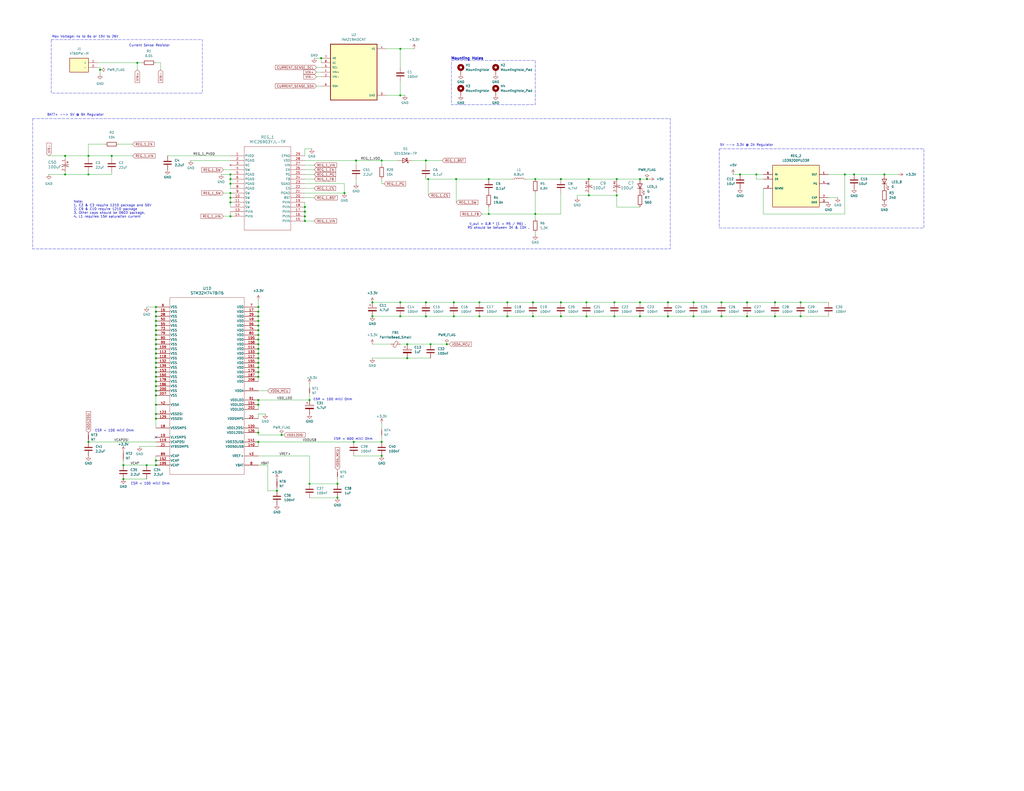
<source format=kicad_sch>
(kicad_sch (version 20250114) (generator "eeschema") (generator_version "9.0")
  (paper "C")
  (rectangle (start 27.94 21.59) (end 110.49 50.8) (stroke (width 0) (type dash)))
  (rectangle (start 17.78 64.77) (end 365.76 135.89) (stroke (width 0) (type dash)))
  (rectangle (start 392.43 81.28) (end 504.19 124.46) (stroke (width 0) (type dash)))
  (rectangle (start 246.38 33.02) (end 292.1 57.15) (stroke (width 0) (type dash)))
  (text "5V --> 3.3V @ 2A Regulator " (at 407.924 79.248 0) (effects (font (size 1.27 1.27))))
  (text "Mounting Holes" (at 255.016 32.004 0) (effects (font (size 1.5 1.5) (thickness 0.3) (bold yes))))
  (text "V_out = 0.8 * (1 + R5 / R6) . \nR5 should be between 3K & 10K ." (at 272.034 123.444 0) (effects (font (size 1.27 1.27))))
  (text "ESR < 100 milli Ohm" (at 181.61 218.186 0) (effects (font (size 1.27 1.27))))
  (text "Max Voltage: 4s to 6s or 15V to 26V" (at 46.482 20.066 0) (effects (font (size 1.27 1.27))))
  (text "ESR < 100 milli Ohm" (at 82.042 264.16 0) (effects (font (size 1.27 1.27))))
  (text "BATT+ --> 5V @ 9A Regulator " (at 41.656 62.738 0) (effects (font (size 1.27 1.27))))
  (text "ESR < 600 milli Ohm" (at 192.786 239.776 0) (effects (font (size 1.27 1.27))))
  (text "ESR < 100 milli Ohm" (at 62.484 235.204 0) (effects (font (size 1.27 1.27))))
  (text "Current Sense Resistor" (at 81.534 24.892 0) (effects (font (size 1.27 1.27))))
  (text "Note:\n1. C2 & C3 require 1210 package and 50V\n2. C9 & C10 require 1210 package\n3. Other caps should be 0603 package.\n4. L1 requires 15A saturation current" (at 40.132 114.3 0) (effects (font (size 1.27 1.27)) (justify left)))
  (junction (at 140.97 220.98))
  (junction (at 306.07 172.72))
  (junction (at 234.95 187.96))
  (junction (at 436.88 172.72))
  (junction (at 336.55 106.68))
  (junction (at 168.91 264.16))
  (junction (at 364.49 172.72))
  (junction (at 48.26 85.09))
  (junction (at 320.04 165.1))
  (junction (at 335.28 172.72))
  (junction (at 393.7 172.72))
  (junction (at 85.09 172.72))
  (junction (at 85.09 187.96))
  (junction (at 85.09 205.74))
  (junction (at 194.31 87.63))
  (junction (at 140.97 195.58))
  (junction (at 243.84 187.96))
  (junction (at 168.91 218.44))
  (junction (at 85.09 175.26))
  (junction (at 140.97 175.26))
  (junction (at 203.2 172.72))
  (junction (at 364.49 165.1))
  (junction (at 85.09 228.6))
  (junction (at 276.86 172.72))
  (junction (at 85.09 200.66))
  (junction (at 222.25 187.96))
  (junction (at 184.15 264.16))
  (junction (at 422.91 172.72))
  (junction (at 247.65 165.1))
  (junction (at 412.75 95.25))
  (junction (at 290.83 172.72))
  (junction (at 261.62 172.72))
  (junction (at 80.01 254))
  (junction (at 218.44 165.1))
  (junction (at 140.97 193.04))
  (junction (at 85.09 185.42))
  (junction (at 85.09 215.9))
  (junction (at 208.28 248.92))
  (junction (at 166.37 120.65))
  (junction (at 85.09 190.5))
  (junction (at 85.09 220.98))
  (junction (at 407.67 172.72))
  (junction (at 261.62 165.1))
  (junction (at 232.41 87.63))
  (junction (at 247.65 172.72))
  (junction (at 140.97 203.2))
  (junction (at 232.41 165.1))
  (junction (at 222.25 195.58))
  (junction (at 218.44 52.07))
  (junction (at 140.97 167.64))
  (junction (at 436.88 165.1))
  (junction (at 248.92 97.79))
  (junction (at 125.73 105.41))
  (junction (at 175.26 31.75))
  (junction (at 208.28 87.63))
  (junction (at 349.25 97.79))
  (junction (at 266.7 97.79))
  (junction (at 35.56 95.25))
  (junction (at 140.97 236.22))
  (junction (at 422.91 165.1))
  (junction (at 140.97 172.72))
  (junction (at 85.09 170.18))
  (junction (at 85.09 203.2))
  (junction (at 320.04 172.72))
  (junction (at 292.1 97.79))
  (junction (at 292.1 116.84))
  (junction (at 153.67 237.49))
  (junction (at 140.97 177.8))
  (junction (at 60.96 85.09))
  (junction (at 85.09 198.12))
  (junction (at 276.86 165.1))
  (junction (at 349.25 165.1))
  (junction (at 140.97 190.5))
  (junction (at 466.09 95.25))
  (junction (at 85.09 180.34))
  (junction (at 166.37 118.11))
  (junction (at 125.73 118.11))
  (junction (at 203.2 165.1))
  (junction (at 85.09 167.64))
  (junction (at 85.09 195.58))
  (junction (at 151.13 267.97))
  (junction (at 67.31 261.62))
  (junction (at 85.09 210.82))
  (junction (at 353.06 97.79))
  (junction (at 140.97 185.42))
  (junction (at 140.97 200.66))
  (junction (at 125.73 107.95))
  (junction (at 140.97 198.12))
  (junction (at 266.7 116.84))
  (junction (at 140.97 180.34))
  (junction (at 306.07 97.79))
  (junction (at 125.73 97.79))
  (junction (at 48.26 241.3))
  (junction (at 140.97 187.96))
  (junction (at 125.73 110.49))
  (junction (at 85.09 193.04))
  (junction (at 35.56 85.09))
  (junction (at 85.09 226.06))
  (junction (at 48.26 95.25))
  (junction (at 403.86 95.25))
  (junction (at 85.09 208.28))
  (junction (at 321.31 106.68))
  (junction (at 166.37 115.57))
  (junction (at 74.93 34.29))
  (junction (at 85.09 182.88))
  (junction (at 306.07 165.1))
  (junction (at 140.97 218.44))
  (junction (at 218.44 26.67))
  (junction (at 140.97 205.74))
  (junction (at 85.09 251.46))
  (junction (at 378.46 165.1))
  (junction (at 290.83 165.1))
  (junction (at 407.67 165.1))
  (junction (at 125.73 95.25))
  (junction (at 67.31 254))
  (junction (at 233.68 97.79))
  (junction (at 232.41 172.72))
  (junction (at 184.15 271.78))
  (junction (at 461.01 95.25))
  (junction (at 378.46 172.72))
  (junction (at 393.7 165.1))
  (junction (at 125.73 100.33))
  (junction (at 193.04 241.3))
  (junction (at 85.09 213.36))
  (junction (at 482.6 95.25))
  (junction (at 208.28 241.3))
  (junction (at 336.55 97.79))
  (junction (at 335.28 165.1))
  (junction (at 140.97 241.3))
  (junction (at 85.09 177.8))
  (junction (at 349.25 172.72))
  (junction (at 321.31 97.79))
  (junction (at 187.96 105.41))
  (junction (at 166.37 113.03))
  (junction (at 140.97 170.18))
  (junction (at 85.09 254))
  (junction (at 140.97 182.88))
  (junction (at 218.44 172.72))
  (junction (at 54.61 38.1))
  (no_connect (at 85.09 238.76))
  (no_connect (at 452.12 100.33))
  (wire (pts (xy 232.41 165.1) (xy 247.65 165.1)))
  (wire (pts (xy 85.09 182.88) (xy 85.09 185.42)))
  (wire (pts (xy 85.09 251.46) (xy 85.09 254)))
  (wire (pts (xy 407.67 165.1) (xy 422.91 165.1)))
  (wire (pts (xy 168.91 271.78) (xy 184.15 271.78)))
  (wire (pts (xy 67.31 251.46) (xy 67.31 254)))
  (wire (pts (xy 121.92 118.11) (xy 125.73 118.11)))
  (wire (pts (xy 210.82 52.07) (xy 218.44 52.07)))
  (wire (pts (xy 336.55 106.68) (xy 336.55 113.03)))
  (wire (pts (xy 224.79 87.63) (xy 232.41 87.63)))
  (wire (pts (xy 140.97 163.83) (xy 140.97 167.64)))
  (wire (pts (xy 378.46 165.1) (xy 393.7 165.1)))
  (wire (pts (xy 140.97 241.3) (xy 193.04 241.3)))
  (wire (pts (xy 53.34 36.83) (xy 54.61 36.83)))
  (wire (pts (xy 166.37 110.49) (xy 166.37 113.03)))
  (wire (pts (xy 461.01 95.25) (xy 466.09 95.25)))
  (wire (pts (xy 85.09 220.98) (xy 85.09 226.06)))
  (wire (pts (xy 166.37 85.09) (xy 166.37 81.28)))
  (wire (pts (xy 276.86 172.72) (xy 290.83 172.72)))
  (wire (pts (xy 320.04 165.1) (xy 335.28 165.1)))
  (wire (pts (xy 220.98 52.07) (xy 218.44 52.07)))
  (wire (pts (xy 87.63 34.29) (xy 87.63 38.1)))
  (wire (pts (xy 140.97 218.44) (xy 140.97 220.98)))
  (wire (pts (xy 26.67 85.09) (xy 35.56 85.09)))
  (wire (pts (xy 290.83 165.1) (xy 306.07 165.1)))
  (wire (pts (xy 168.91 264.16) (xy 184.15 264.16)))
  (wire (pts (xy 403.86 95.25) (xy 412.75 95.25)))
  (wire (pts (xy 91.44 85.09) (xy 125.73 85.09)))
  (wire (pts (xy 292.1 116.84) (xy 306.07 116.84)))
  (wire (pts (xy 125.73 95.25) (xy 120.65 95.25)))
  (wire (pts (xy 60.96 85.09) (xy 60.96 86.36)))
  (wire (pts (xy 85.09 203.2) (xy 85.09 205.74)))
  (wire (pts (xy 416.56 97.79) (xy 412.75 97.79)))
  (wire (pts (xy 306.07 105.41) (xy 306.07 116.84)))
  (wire (pts (xy 208.28 87.63) (xy 217.17 87.63)))
  (wire (pts (xy 172.72 41.91) (xy 175.26 41.91)))
  (wire (pts (xy 85.09 185.42) (xy 85.09 187.96)))
  (wire (pts (xy 276.86 165.1) (xy 290.83 165.1)))
  (wire (pts (xy 140.97 203.2) (xy 140.97 205.74)))
  (wire (pts (xy 140.97 167.64) (xy 140.97 170.18)))
  (wire (pts (xy 121.92 92.71) (xy 125.73 92.71)))
  (wire (pts (xy 412.75 95.25) (xy 416.56 95.25)))
  (wire (pts (xy 233.68 97.79) (xy 233.68 106.68)))
  (wire (pts (xy 349.25 172.72) (xy 364.49 172.72)))
  (wire (pts (xy 67.31 254) (xy 80.01 254)))
  (wire (pts (xy 140.97 177.8) (xy 140.97 180.34)))
  (wire (pts (xy 60.96 93.98) (xy 60.96 95.25)))
  (wire (pts (xy 248.92 97.79) (xy 266.7 97.79)))
  (wire (pts (xy 35.56 85.09) (xy 48.26 85.09)))
  (wire (pts (xy 53.34 34.29) (xy 74.93 34.29)))
  (wire (pts (xy 85.09 210.82) (xy 85.09 213.36)))
  (wire (pts (xy 146.05 213.36) (xy 140.97 213.36)))
  (wire (pts (xy 48.26 241.3) (xy 85.09 241.3)))
  (wire (pts (xy 287.02 97.79) (xy 292.1 97.79)))
  (wire (pts (xy 140.97 236.22) (xy 140.97 233.68)))
  (wire (pts (xy 208.28 100.33) (xy 208.28 97.79)))
  (wire (pts (xy 266.7 113.03) (xy 266.7 116.84)))
  (wire (pts (xy 166.37 118.11) (xy 166.37 120.65)))
  (wire (pts (xy 234.95 187.96) (xy 243.84 187.96)))
  (wire (pts (xy 140.97 185.42) (xy 140.97 187.96)))
  (wire (pts (xy 412.75 95.25) (xy 412.75 97.79)))
  (wire (pts (xy 218.44 165.1) (xy 232.41 165.1)))
  (wire (pts (xy 140.97 195.58) (xy 140.97 198.12)))
  (wire (pts (xy 261.62 165.1) (xy 276.86 165.1)))
  (wire (pts (xy 64.77 78.74) (xy 72.39 78.74)))
  (wire (pts (xy 203.2 172.72) (xy 218.44 172.72)))
  (wire (pts (xy 85.09 167.64) (xy 85.09 170.18)))
  (wire (pts (xy 349.25 97.79) (xy 353.06 97.79)))
  (wire (pts (xy 172.72 39.37) (xy 175.26 39.37)))
  (wire (pts (xy 85.09 190.5) (xy 85.09 193.04)))
  (wire (pts (xy 422.91 172.72) (xy 436.88 172.72)))
  (wire (pts (xy 48.26 78.74) (xy 57.15 78.74)))
  (wire (pts (xy 140.97 187.96) (xy 140.97 190.5)))
  (wire (pts (xy 140.97 218.44) (xy 168.91 218.44)))
  (wire (pts (xy 321.31 106.68) (xy 336.55 106.68)))
  (wire (pts (xy 292.1 119.38) (xy 292.1 116.84)))
  (wire (pts (xy 364.49 165.1) (xy 378.46 165.1)))
  (wire (pts (xy 85.09 198.12) (xy 85.09 200.66)))
  (wire (pts (xy 140.97 205.74) (xy 140.97 208.28)))
  (wire (pts (xy 125.73 100.33) (xy 125.73 102.87)))
  (wire (pts (xy 166.37 87.63) (xy 194.31 87.63)))
  (wire (pts (xy 140.97 228.6) (xy 140.97 226.06)))
  (wire (pts (xy 140.97 190.5) (xy 140.97 193.04)))
  (wire (pts (xy 193.04 241.3) (xy 208.28 241.3)))
  (wire (pts (xy 140.97 170.18) (xy 140.97 172.72)))
  (wire (pts (xy 104.14 87.63) (xy 125.73 87.63)))
  (wire (pts (xy 482.6 95.25) (xy 490.22 95.25)))
  (wire (pts (xy 314.96 106.68) (xy 321.31 106.68)))
  (wire (pts (xy 140.97 220.98) (xy 140.97 223.52)))
  (wire (pts (xy 166.37 113.03) (xy 166.37 115.57)))
  (wire (pts (xy 172.72 36.83) (xy 175.26 36.83)))
  (wire (pts (xy 140.97 172.72) (xy 140.97 175.26)))
  (wire (pts (xy 321.31 97.79) (xy 336.55 97.79)))
  (wire (pts (xy 140.97 248.92) (xy 168.91 248.92)))
  (wire (pts (xy 320.04 172.72) (xy 335.28 172.72)))
  (wire (pts (xy 243.84 187.96) (xy 245.11 187.96)))
  (wire (pts (xy 209.55 100.33) (xy 208.28 100.33)))
  (wire (pts (xy 125.73 107.95) (xy 125.73 110.49)))
  (wire (pts (xy 121.92 105.41) (xy 125.73 105.41)))
  (wire (pts (xy 321.31 106.68) (xy 321.31 105.41)))
  (wire (pts (xy 393.7 172.72) (xy 407.67 172.72)))
  (wire (pts (xy 166.37 90.17) (xy 171.45 90.17)))
  (wire (pts (xy 400.05 95.25) (xy 403.86 95.25)))
  (wire (pts (xy 349.25 113.03) (xy 336.55 113.03)))
  (wire (pts (xy 166.37 95.25) (xy 171.45 95.25)))
  (wire (pts (xy 125.73 115.57) (xy 125.73 118.11)))
  (wire (pts (xy 166.37 92.71) (xy 171.45 92.71)))
  (wire (pts (xy 222.25 187.96) (xy 234.95 187.96)))
  (wire (pts (xy 168.91 215.9) (xy 168.91 218.44)))
  (wire (pts (xy 125.73 105.41) (xy 125.73 107.95)))
  (wire (pts (xy 153.67 237.49) (xy 154.94 237.49)))
  (wire (pts (xy 203.2 165.1) (xy 218.44 165.1)))
  (wire (pts (xy 35.56 85.09) (xy 35.56 86.36)))
  (wire (pts (xy 146.05 254) (xy 146.05 267.97)))
  (wire (pts (xy 85.09 215.9) (xy 85.09 220.98)))
  (wire (pts (xy 48.26 95.25) (xy 60.96 95.25)))
  (wire (pts (xy 306.07 97.79) (xy 321.31 97.79)))
  (wire (pts (xy 146.05 254) (xy 140.97 254)))
  (wire (pts (xy 378.46 172.72) (xy 393.7 172.72)))
  (wire (pts (xy 85.09 34.29) (xy 87.63 34.29)))
  (wire (pts (xy 336.55 106.68) (xy 336.55 105.41)))
  (wire (pts (xy 67.31 261.62) (xy 80.01 261.62)))
  (wire (pts (xy 314.96 107.95) (xy 314.96 106.68)))
  (wire (pts (xy 222.25 195.58) (xy 234.95 195.58)))
  (wire (pts (xy 457.2 107.95) (xy 452.12 107.95)))
  (wire (pts (xy 168.91 209.55) (xy 168.91 210.82)))
  (wire (pts (xy 74.93 34.29) (xy 74.93 38.1)))
  (wire (pts (xy 208.28 90.17) (xy 208.28 87.63)))
  (wire (pts (xy 85.09 170.18) (xy 85.09 172.72)))
  (wire (pts (xy 203.2 187.96) (xy 213.36 187.96)))
  (wire (pts (xy 247.65 172.72) (xy 261.62 172.72)))
  (wire (pts (xy 48.26 85.09) (xy 60.96 85.09)))
  (wire (pts (xy 452.12 95.25) (xy 461.01 95.25)))
  (wire (pts (xy 233.68 97.79) (xy 248.92 97.79)))
  (wire (pts (xy 48.26 85.09) (xy 48.26 86.36)))
  (wire (pts (xy 436.88 172.72) (xy 452.12 172.72)))
  (wire (pts (xy 85.09 193.04) (xy 85.09 195.58)))
  (wire (pts (xy 194.31 97.79) (xy 194.31 100.33)))
  (wire (pts (xy 26.67 95.25) (xy 35.56 95.25)))
  (wire (pts (xy 232.41 87.63) (xy 232.41 90.17)))
  (wire (pts (xy 203.2 195.58) (xy 222.25 195.58)))
  (wire (pts (xy 80.01 254) (xy 85.09 254)))
  (wire (pts (xy 80.01 167.64) (xy 85.09 167.64)))
  (wire (pts (xy 266.7 116.84) (xy 262.89 116.84)))
  (wire (pts (xy 85.09 175.26) (xy 85.09 177.8)))
  (wire (pts (xy 266.7 97.79) (xy 279.4 97.79)))
  (wire (pts (xy 54.61 38.1) (xy 54.61 40.64)))
  (wire (pts (xy 292.1 128.27) (xy 292.1 127)))
  (wire (pts (xy 48.26 93.98) (xy 48.26 95.25)))
  (wire (pts (xy 140.97 237.49) (xy 140.97 236.22)))
  (wire (pts (xy 393.7 165.1) (xy 407.67 165.1)))
  (wire (pts (xy 166.37 105.41) (xy 187.96 105.41)))
  (wire (pts (xy 247.65 165.1) (xy 261.62 165.1)))
  (wire (pts (xy 187.96 100.33) (xy 187.96 105.41)))
  (wire (pts (xy 210.82 26.67) (xy 218.44 26.67)))
  (wire (pts (xy 194.31 87.63) (xy 208.28 87.63)))
  (wire (pts (xy 461.01 116.84) (xy 461.01 95.25)))
  (wire (pts (xy 140.97 193.04) (xy 140.97 195.58)))
  (wire (pts (xy 194.31 87.63) (xy 194.31 90.17)))
  (wire (pts (xy 85.09 226.06) (xy 85.09 228.6)))
  (wire (pts (xy 140.97 241.3) (xy 140.97 243.84)))
  (wire (pts (xy 208.28 238.76) (xy 208.28 241.3)))
  (wire (pts (xy 54.61 36.83) (xy 54.61 38.1)))
  (wire (pts (xy 85.09 205.74) (xy 85.09 208.28)))
  (wire (pts (xy 232.41 87.63) (xy 241.3 87.63)))
  (wire (pts (xy 416.56 102.87) (xy 416.56 116.84)))
  (wire (pts (xy 248.92 97.79) (xy 248.92 110.49)))
  (wire (pts (xy 171.45 31.75) (xy 175.26 31.75)))
  (wire (pts (xy 335.28 165.1) (xy 349.25 165.1)))
  (wire (pts (xy 349.25 165.1) (xy 364.49 165.1)))
  (wire (pts (xy 416.56 116.84) (xy 461.01 116.84)))
  (wire (pts (xy 146.05 267.97) (xy 151.13 267.97)))
  (wire (pts (xy 35.56 93.98) (xy 35.56 95.25)))
  (wire (pts (xy 140.97 180.34) (xy 140.97 182.88)))
  (wire (pts (xy 261.62 172.72) (xy 276.86 172.72)))
  (wire (pts (xy 48.26 85.09) (xy 48.26 78.74)))
  (wire (pts (xy 85.09 200.66) (xy 85.09 203.2)))
  (wire (pts (xy 85.09 177.8) (xy 85.09 180.34)))
  (wire (pts (xy 140.97 200.66) (xy 140.97 203.2)))
  (wire (pts (xy 166.37 100.33) (xy 187.96 100.33)))
  (wire (pts (xy 466.09 95.25) (xy 482.6 95.25)))
  (wire (pts (xy 171.45 107.95) (xy 166.37 107.95)))
  (wire (pts (xy 306.07 165.1) (xy 320.04 165.1)))
  (wire (pts (xy 171.45 97.79) (xy 166.37 97.79)))
  (wire (pts (xy 166.37 81.28) (xy 170.18 81.28)))
  (wire (pts (xy 166.37 115.57) (xy 166.37 118.11)))
  (wire (pts (xy 193.04 248.92) (xy 208.28 248.92)))
  (wire (pts (xy 85.09 248.92) (xy 85.09 251.46)))
  (wire (pts (xy 125.73 95.25) (xy 125.73 97.79)))
  (wire (pts (xy 140.97 175.26) (xy 140.97 177.8)))
  (wire (pts (xy 140.97 226.06) (xy 144.78 226.06)))
  (wire (pts (xy 208.28 231.14) (xy 208.28 233.68)))
  (wire (pts (xy 85.09 187.96) (xy 85.09 190.5)))
  (wire (pts (xy 168.91 248.92) (xy 168.91 264.16)))
  (wire (pts (xy 218.44 172.72) (xy 232.41 172.72)))
  (wire (pts (xy 407.67 172.72) (xy 422.91 172.72)))
  (wire (pts (xy 336.55 97.79) (xy 349.25 97.79)))
  (wire (pts (xy 166.37 120.65) (xy 171.45 120.65)))
  (wire (pts (xy 85.09 213.36) (xy 85.09 215.9)))
  (wire (pts (xy 266.7 116.84) (xy 292.1 116.84)))
  (wire (pts (xy 364.49 172.72) (xy 378.46 172.72)))
  (wire (pts (xy 218.44 26.67) (xy 218.44 36.83)))
  (wire (pts (xy 436.88 165.1) (xy 452.12 165.1)))
  (wire (pts (xy 218.44 187.96) (xy 222.25 187.96)))
  (wire (pts (xy 85.09 180.34) (xy 85.09 182.88)))
  (wire (pts (xy 85.09 195.58) (xy 85.09 198.12)))
  (wire (pts (xy 290.83 172.72) (xy 306.07 172.72)))
  (wire (pts (xy 292.1 116.84) (xy 292.1 105.41)))
  (wire (pts (xy 85.09 208.28) (xy 85.09 210.82)))
  (wire (pts (xy 85.09 228.6) (xy 85.09 233.68)))
  (wire (pts (xy 74.93 34.29) (xy 77.47 34.29)))
  (wire (pts (xy 172.72 46.99) (xy 175.26 46.99)))
  (wire (pts (xy 218.44 26.67) (xy 226.06 26.67)))
  (wire (pts (xy 232.41 172.72) (xy 247.65 172.72)))
  (wire (pts (xy 218.44 44.45) (xy 218.44 52.07)))
  (wire (pts (xy 140.97 237.49) (xy 153.67 237.49)))
  (wire (pts (xy 125.73 110.49) (xy 125.73 113.03)))
  (wire (pts (xy 184.15 261.62) (xy 184.15 264.16)))
  (wire (pts (xy 306.07 172.72) (xy 320.04 172.72)))
  (wire (pts (xy 175.26 31.75) (xy 175.26 34.29)))
  (wire (pts (xy 60.96 85.09) (xy 72.39 85.09)))
  (wire (pts (xy 422.91 165.1) (xy 436.88 165.1)))
  (wire (pts (xy 140.97 182.88) (xy 140.97 185.42)))
  (wire (pts (xy 171.45 102.87) (xy 166.37 102.87)))
  (wire (pts (xy 125.73 97.79) (xy 125.73 100.33)))
  (wire (pts (xy 76.2 243.84) (xy 85.09 243.84)))
  (wire (pts (xy 140.97 198.12) (xy 140.97 200.66)))
  (wire (pts (xy 151.13 266.7) (xy 151.13 267.97)))
  (wire (pts (xy 335.28 172.72) (xy 349.25 172.72)))
  (wire (pts (xy 35.56 95.25) (xy 48.26 95.25)))
  (wire (pts (xy 353.06 97.79) (xy 354.33 97.79)))
  (wire (pts (xy 292.1 97.79) (xy 306.07 97.79)))
  (wire (pts (xy 232.41 97.79) (xy 233.68 97.79)))
  (wire (pts (xy 85.09 172.72) (xy 85.09 175.26)))
  (label "REG_1_PVDD" (at 105.41 85.09 0))
  (label "VBAT" (at 142.24 254 0))
  (label "VDD_LDO" (at 151.13 218.44 0))
  (label "VDDUSB" (at 165.1 241.3 0))
  (label "REG_1_VDD" (at 196.85 87.63 0))
  (label "VREF+" (at 152.4 248.92 0))
  (label "VCAPDSI" (at 62.23 241.3 0))
  (label "VCAP" (at 71.12 254 0))
  (global_label "VIN-" (shape input) (at 172.72 41.91 180) (property "Intersheetrefs" "${INTERSHEET_REFS}" (effects (hide yes))))
  (global_label "CURRENT_SENSE_SCL" (shape input) (at 172.72 36.83 180) (property "Intersheetrefs" "${INTERSHEET_REFS}" (effects (hide yes))))
  (global_label "VIN+" (shape input) (at 172.72 39.37 180) (property "Intersheetrefs" "${INTERSHEET_REFS}" (effects (hide yes))))
  (global_label "VDDA_MCU" (shape input) (at 245.11 187.96 0) (property "Intersheetrefs" "${INTERSHEET_REFS}" (effects (hide yes))))
  (global_label "REG_1_BST" (shape input) (at 241.3 87.63 0) (property "Intersheetrefs" "${INTERSHEET_REFS}" (effects (hide yes))))
  (global_label "REG_1_VIN" (shape input) (at 121.92 118.11 180) (property "Intersheetrefs" "${INTERSHEET_REFS}" (effects (hide yes))))
  (global_label "REG_1_VIN" (shape input) (at 171.45 120.65 0) (property "Intersheetrefs" "${INTERSHEET_REFS}" (effects (hide yes))))
  (global_label "VIN-" (shape input) (at 26.67 85.09 90) (property "Intersheetrefs" "${INTERSHEET_REFS}" (effects (hide yes))))
  (global_label "REG_1_SW" (shape input) (at 121.92 92.71 180) (property "Intersheetrefs" "${INTERSHEET_REFS}" (effects (hide yes))))
  (global_label "REG_1_PG" (shape input) (at 171.45 95.25 0) (property "Intersheetrefs" "${INTERSHEET_REFS}" (effects (hide yes))))
  (global_label "REG_1_PG" (shape input) (at 209.55 100.33 0) (property "Intersheetrefs" "${INTERSHEET_REFS}" (effects (hide yes))))
  (global_label "REG_1_EN" (shape input) (at 171.45 92.71 0) (property "Intersheetrefs" "${INTERSHEET_REFS}" (effects (hide yes))))
  (global_label "VDDA_MCU" (shape input) (at 184.15 256.54 90) (property "Intersheetrefs" "${INTERSHEET_REFS}" (effects (hide yes))))
  (global_label "REG_1_CS" (shape input) (at 233.68 106.68 0) (property "Intersheetrefs" "${INTERSHEET_REFS}" (effects (hide yes))))
  (global_label "REG_1_FB" (shape input) (at 262.89 116.84 180) (property "Intersheetrefs" "${INTERSHEET_REFS}" (effects (hide yes))))
  (global_label "VDD12DSI" (shape input) (at 48.26 236.22 90) (property "Intersheetrefs" "${INTERSHEET_REFS}" (effects (hide yes))))
  (global_label "REG_1_VIN" (shape input) (at 72.39 85.09 0) (property "Intersheetrefs" "${INTERSHEET_REFS}" (effects (hide yes))))
  (global_label "VDDA_MCU" (shape input) (at 146.05 213.36 0) (property "Intersheetrefs" "${INTERSHEET_REFS}" (effects (hide yes))))
  (global_label "REG_1_EN" (shape input) (at 72.39 78.74 0) (property "Intersheetrefs" "${INTERSHEET_REFS}" (effects (hide yes))))
  (global_label "REG_1_CS" (shape input) (at 171.45 102.87 0) (property "Intersheetrefs" "${INTERSHEET_REFS}" (effects (hide yes))))
  (global_label "REG_1_SW" (shape input) (at 121.92 105.41 180) (property "Intersheetrefs" "${INTERSHEET_REFS}" (effects (hide yes))))
  (global_label "REG_1_FB" (shape input) (at 171.45 97.79 0) (property "Intersheetrefs" "${INTERSHEET_REFS}" (effects (hide yes))))
  (global_label "REG_1_VIN" (shape input) (at 171.45 90.17 0) (property "Intersheetrefs" "${INTERSHEET_REFS}" (effects (hide yes))))
  (global_label "VIN+" (shape input) (at 74.93 38.1 270) (property "Intersheetrefs" "${INTERSHEET_REFS}" (effects (hide yes))))
  (global_label "VIN-" (shape input) (at 87.63 38.1 270) (property "Intersheetrefs" "${INTERSHEET_REFS}" (effects (hide yes))))
  (global_label "VDD12DSI" (shape input) (at 154.94 237.49 0) (property "Intersheetrefs" "${INTERSHEET_REFS}" (effects (hide yes))))
  (global_label "REG_1_BST" (shape input) (at 171.45 107.95 0) (property "Intersheetrefs" "${INTERSHEET_REFS}" (effects (hide yes))))
  (global_label "CURRENT_SENSE_SDA" (shape input) (at 172.72 46.99 180) (property "Intersheetrefs" "${INTERSHEET_REFS}" (effects (hide yes))))
  (global_label "REG_1_SW" (shape input) (at 248.92 110.49 0) (property "Intersheetrefs" "${INTERSHEET_REFS}" (effects (hide yes))))
  (symbol (lib_id "power:GND") (at 203.2 195.58 0) (unit 1)
    (property "Reference" "#PWR027" (effects (hide yes)))
    (property "Value" "GND" (at 203.2 199.644 0))
    (property "Description" "Power symbol creates a global label with name \"GND\" , ground" (effects (hide yes)))
  )
  (symbol (lib_id "power:GND") (at 466.09 102.87 0) (unit 1)
    (property "Reference" "#PWR019" (effects (hide yes)))
    (property "Value" "GND" (at 466.09 106.934 0))
    (property "Description" "Power symbol creates a global label with name \"GND\" , ground" (effects (hide yes)))
  )
  (symbol (lib_id "Device:NetTie_2") (at 67.31 248.92 90) (unit 1) (in_bom no)
    (property "Reference" "NT2" (at 68.58 247.6499 90) (effects (justify right)))
    (property "Value" "NT" (at 68.58 250.1899 90) (effects (justify right)))
    (property "Footprint" "Lib:NetTie-2_SMD_Track0.35mm" (effects (hide yes)))
    (property "Description" "Net tie, 2 pins" (effects (hide yes)))
  )
  (symbol (lib_id "power:GND") (at 457.2 107.95 0) (unit 1)
    (property "Reference" "#PWR022" (effects (hide yes)))
    (property "Value" "GND" (at 457.2 112.014 0))
    (property "Description" "Power symbol creates a global label with name \"GND\" , ground" (effects (hide yes)))
  )
  (symbol (lib_id "Mechanical:MountingHole_Pad") (at 270.51 38.1 0) (unit 1) (in_bom no)
    (property "Reference" "H2" (at 273.05 35.5599 0) (effects (justify left)))
    (property "Value" "MountingHole_Pad" (at 273.05 38.0999 0) (effects (justify left)))
    (property "Footprint" "MountingHole:MountingHole_3.2mm_M3_Pad_Via" (effects (hide yes)))
    (property "Description" "Mounting Hole with connection" (effects (hide yes)))
  )
  (symbol (lib_id "XT60PW-M:XT60PW-M") (at 43.18 36.83 0) (mirror y) (unit 1)
    (property "Reference" "J1" (at 43.18 26.67 0))
    (property "Value" "XT60PW-M" (at 43.18 29.21 0))
    (property "Footprint" "Lib:XT60PW-M" (effects (hide yes)))
    (property "Datasheet" "XT60PW-M" (effects (hide yes)))
    (property "MF" "AMASS" (effects (hide yes)))
    (property "MAXIMUM_PACKAGE_HEIGHT" "8.4 mm" (effects (hide yes)))
    (property "Package" "Package" (effects (hide yes)))
    (property "Price" "None" (effects (hide yes)))
    (property "Check_prices" "https://www.snapeda.com/parts/XT60PW-M/AMASS/view-part/?ref=eda" (effects (hide yes)))
    (property "STANDARD" "Manufacturer recommendations" (effects (hide yes)))
    (property "PARTREV" "V1.2" (effects (hide yes)))
    (property "SnapEDA_Link" "https://www.snapeda.com/parts/XT60PW-M/AMASS/view-part/?ref=snap" (effects (hide yes)))
    (property "MP" "XT60PW-M" (effects (hide yes)))
    (property "Description_1" "Socket, DC supply, male, PIN: 2" (effects (hide yes)))
    (property "Availability" "Not in stock" (effects (hide yes)))
    (property "MANUFACTURER" "AMASS" (effects (hide yes)))
  )
  (symbol (lib_id "Device:C_Polarized") (at 222.25 191.77 0) (unit 1)
    (property "Reference" "C13" (at 226.06 189.6109 0) (effects (justify left)))
    (property "Value" "1uF" (at 226.06 192.1509 0) (effects (justify left)))
    (property "Footprint" "Capacitor_SMD:C_0603_1608Metric_Pad1.08x0.95mm_HandSolder" (effects (hide yes)))
    (property "Datasheet" "TACL105K016RTA" (effects (hide yes)))
    (property "Description" "Polarized cap Tantalum" (effects (hide yes)))
  )
  (symbol (lib_id "Device:LED") (at 349.25 101.6 90) (unit 1)
    (property "Reference" "LED_1" (at 353.06 101.9174 90) (effects (justify right)))
    (property "Value" "G" (at 353.06 104.4574 90) (effects (justify right)))
    (property "Footprint" "LED_SMD:LED_0603_1608Metric" (effects (hide yes)))
    (property "Datasheet" "599-0081-007F" (effects (hide yes)))
    (property "Description" "Green LED" (effects (hide yes)))
    (property "Sim.Pins" "1=K 2=A" (effects (hide yes)))
  )
  (symbol (lib_id "power:PWR_FLAG") (at 54.61 38.1 270) (unit 1)
    (property "Reference" "#FLG01" (effects (hide yes)))
    (property "Value" "PWR_FLAG" (at 58.42 38.0999 90) (effects (justify left)))
    (property "Description" "Special symbol for telling ERC where power comes from" (effects (hide yes)))
  )
  (symbol (lib_id "power:PWR_FLAG") (at 353.06 97.79 0) (unit 1)
    (property "Reference" "#FLG02" (effects (hide yes)))
    (property "Value" "PWR_FLAG" (at 353.06 92.71 0))
    (property "Description" "Special symbol for telling ERC where power comes from" (effects (hide yes)))
  )
  (symbol (lib_id "Device:R") (at 349.25 109.22 180) (unit 1)
    (property "Reference" "R7" (at 351.79 107.9499 0) (effects (justify right)))
    (property "Value" "560" (at 351.79 110.4899 0) (effects (justify right)))
    (property "Footprint" "Resistor_SMD:R_0603_1608Metric_Pad0.98x0.95mm_HandSolder" (effects (hide yes)))
    (property "Datasheet" "CRGP0603F560R" (effects (hide yes)))
    (property "Description" "Resistor 1/4W" (effects (hide yes)))
  )
  (symbol (lib_id "Device:C") (at 67.31 257.81 0) (unit 1)
    (property "Reference" "C35" (at 71.12 256.5399 0) (effects (justify left)))
    (property "Value" "2.2uF" (at 71.12 259.0799 0) (effects (justify left)))
    (property "Footprint" "Capacitor_SMD:C_0603_1608Metric_Pad1.08x0.95mm_HandSolder" (effects (hide yes)))
    (property "Datasheet" "GRM188R61E225KA12D" (effects (hide yes)))
    (property "Description" "Low ESR" (effects (hide yes)))
  )
  (symbol (lib_id "Device:C") (at 378.46 168.91 0) (unit 1)
    (property "Reference" "C25" (at 382.27 167.6399 0) (effects (justify left)))
    (property "Value" "100nF" (at 382.27 170.1799 0) (effects (justify left)))
    (property "Footprint" "Capacitor_SMD:C_0603_1608Metric_Pad1.08x0.95mm_HandSolder" (effects (hide yes)))
    (property "Datasheet" "GCJ188R71H104KA12D" (effects (hide yes)))
    (property "Description" "Unpolarized capacitor" (effects (hide yes)))
  )
  (symbol (lib_id "power:GND") (at 403.86 102.87 0) (unit 1)
    (property "Reference" "#PWR021" (effects (hide yes)))
    (property "Value" "GND" (at 403.86 106.934 0))
    (property "Description" "Power symbol creates a global label with name \"GND\" , ground" (effects (hide yes)))
  )
  (symbol (lib_id "Device:C") (at 48.26 245.11 0) (unit 1)
    (property "Reference" "C41" (at 52.07 243.8399 0) (effects (justify left)))
    (property "Value" "2.2uF" (at 52.07 246.3799 0) (effects (justify left)))
    (property "Footprint" "Capacitor_SMD:C_0603_1608Metric_Pad1.08x0.95mm_HandSolder" (effects (hide yes)))
    (property "Datasheet" "GRM188R61E225KA12D" (effects (hide yes)))
    (property "Description" "Low ESR" (effects (hide yes)))
  )
  (symbol (lib_id "Mechanical:MountingHole_Pad") (at 270.51 49.53 0) (unit 1) (in_bom no)
    (property "Reference" "H4" (at 273.05 46.9899 0) (effects (justify left)))
    (property "Value" "MountingHole_Pad" (at 273.05 49.5299 0) (effects (justify left)))
    (property "Footprint" "MountingHole:MountingHole_3.2mm_M3_Pad_Via" (effects (hide yes)))
    (property "Description" "Mounting Hole with connection" (effects (hide yes)))
  )
  (symbol (lib_id "power:GND") (at 314.96 107.95 0) (unit 1)
    (property "Reference" "#PWR014" (effects (hide yes)))
    (property "Value" "GND" (at 314.96 112.014 0))
    (property "Description" "Power symbol creates a global label with name \"GND\" , ground" (effects (hide yes)))
  )
  (symbol (lib_id "Device:C") (at 393.7 168.91 0) (unit 1)
    (property "Reference" "C26" (at 397.51 167.6399 0) (effects (justify left)))
    (property "Value" "100nF" (at 397.51 170.1799 0) (effects (justify left)))
    (property "Footprint" "Capacitor_SMD:C_0603_1608Metric_Pad1.08x0.95mm_HandSolder" (effects (hide yes)))
    (property "Datasheet" "GCJ188R71H104KA12D" (effects (hide yes)))
    (property "Description" "Unpolarized capacitor" (effects (hide yes)))
  )
  (symbol (lib_id "Device:C") (at 232.41 168.91 0) (unit 1)
    (property "Reference" "C15" (at 236.22 167.6399 0) (effects (justify left)))
    (property "Value" "100nF" (at 236.22 170.1799 0) (effects (justify left)))
    (property "Footprint" "Capacitor_SMD:C_0603_1608Metric_Pad1.08x0.95mm_HandSolder" (effects (hide yes)))
    (property "Datasheet" "GCJ188R71H104KA12D" (effects (hide yes)))
    (property "Description" "Unpolarized capacitor" (effects (hide yes)))
  )
  (symbol (lib_id "CAP_6.3 X 7.7_PAN:EEE-FPV101XAP") (at 336.55 97.79 90) (mirror x) (unit 1)
    (property "Reference" "C7" (at 345.948 100.076 90) (effects (font (size 1.524 1.524)) (justify left)))
    (property "Value" "100uF" (at 345.948 102.616 90) (effects (font (size 1.524 1.524)) (justify left)))
    (property "Footprint" "Lib:CAP_6.3 X 7.7_PAN" (effects (hide yes)))
    (property "Datasheet" "EEE-FPV101XAP" (effects (hide yes)))
    (property "Description" "EEE-FPV101XAP polarized capacitor 35V 100uF. Low ESR." (effects (hide yes)))
  )
  (symbol (lib_id "Device:C") (at 234.95 191.77 0) (unit 1)
    (property "Reference" "C32" (at 238.76 190.4999 0) (effects (justify left)))
    (property "Value" "100nF" (at 238.76 193.0399 0) (effects (justify left)))
    (property "Footprint" "Capacitor_SMD:C_0603_1608Metric_Pad1.08x0.95mm_HandSolder" (effects (hide yes)))
    (property "Datasheet" "GCJ188R71H104KA12D" (effects (hide yes)))
    (property "Description" "Unpolarized capacitor" (effects (hide yes)))
  )
  (symbol (lib_id "Device:C") (at 364.49 168.91 0) (unit 1)
    (property "Reference" "C24" (at 368.3 167.6399 0) (effects (justify left)))
    (property "Value" "100nF" (at 368.3 170.1799 0) (effects (justify left)))
    (property "Footprint" "Capacitor_SMD:C_0603_1608Metric_Pad1.08x0.95mm_HandSolder" (effects (hide yes)))
    (property "Datasheet" "GCJ188R71H104KA12D" (effects (hide yes)))
    (property "Description" "Unpolarized capacitor" (effects (hide yes)))
  )
  (symbol (lib_id "power:GND") (at 104.14 87.63 0) (unit 1)
    (property "Reference" "#PWR010" (effects (hide yes)))
    (property "Value" "GND" (at 104.14 91.694 0))
    (property "Description" "Power symbol creates a global label with name \"GND\" , ground" (effects (hide yes)))
  )
  (symbol (lib_id "power:+3.3V") (at 203.2 165.1 0) (unit 1)
    (property "Reference" "#PWR025" (effects (hide yes)))
    (property "Value" "+3.3V" (at 203.2 160.02 0))
    (property "Description" "Power symbol creates a global label with name \"+3.3V\"" (effects (hide yes)))
  )
  (symbol (lib_id "Device:C") (at 232.41 93.98 0) (unit 1)
    (property "Reference" "C6" (at 236.22 92.7099 0) (effects (justify left)))
    (property "Value" "0.1uF" (at 236.22 95.2499 0) (effects (justify left)))
    (property "Footprint" "Lib:CAP_C0805X104K5RAC3316_0805_100nF" (effects (hide yes)))
    (property "Datasheet" "C0805X104K5RAC3316" (effects (hide yes)))
    (property "Description" "50V 0805 100nF Ceramic" (effects (hide yes)))
  )
  (symbol (lib_id "power:GND") (at 170.18 81.28 0) (unit 1)
    (property "Reference" "#PWR023" (effects (hide yes)))
    (property "Value" "GND" (at 170.18 85.344 0))
    (property "Description" "Power symbol creates a global label with name \"GND\" , ground" (effects (hide yes)))
  )
  (symbol (lib_id "Device:R") (at 292.1 123.19 180) (unit 1)
    (property "Reference" "R6" (at 294.64 121.9199 0) (effects (justify right)))
    (property "Value" "1.3K" (at 294.64 124.4599 0) (effects (justify right)))
    (property "Footprint" "Resistor_SMD:R_0805_2012Metric_Pad1.20x1.40mm_HandSolder" (effects (hide yes)))
    (property "Datasheet" "RK73H2ATTD1301F" (effects (hide yes)))
    (property "Description" "Resistor 1/4W 0805" (effects (hide yes)))
  )
  (symbol (lib_id "Device:NetTie_2") (at 184.15 259.08 270) (unit 1) (in_bom no)
    (property "Reference" "NT5" (at 185.42 257.8099 90) (effects (justify left)))
    (property "Value" "NT" (at 185.42 260.3499 90) (effects (justify left)))
    (property "Footprint" "Lib:NetTie-2_SMD_Track0.35mm" (effects (hide yes)))
    (property "Description" "Net tie, 2 pins" (effects (hide yes)))
  )
  (symbol (lib_id "Device:C") (at 335.28 168.91 0) (unit 1)
    (property "Reference" "C22" (at 339.09 167.6399 0) (effects (justify left)))
    (property "Value" "100nF" (at 339.09 170.1799 0) (effects (justify left)))
    (property "Footprint" "Capacitor_SMD:C_0603_1608Metric_Pad1.08x0.95mm_HandSolder" (effects (hide yes)))
    (property "Datasheet" "GCJ188R71H104KA12D" (effects (hide yes)))
    (property "Description" "Unpolarized capacitor" (effects (hide yes)))
  )
  (symbol (lib_id "Device:C") (at 266.7 101.6 0) (unit 1)
    (property "Reference" "C5" (at 270.51 100.3299 0) (effects (justify left)))
    (property "Value" "0.1uF" (at 270.51 102.8699 0) (effects (justify left)))
    (property "Footprint" "Lib:CAP_C0805X104K5RAC3316_0805_100nF" (effects (hide yes)))
    (property "Datasheet" "C0805X104K5RAC3316" (effects (hide yes)))
    (property "Description" "50V 0805 100nF Ceramic" (effects (hide yes)))
  )
  (symbol (lib_id "Device:C") (at 349.25 168.91 0) (unit 1)
    (property "Reference" "C23" (at 353.06 167.6399 0) (effects (justify left)))
    (property "Value" "100nF" (at 353.06 170.1799 0) (effects (justify left)))
    (property "Footprint" "Capacitor_SMD:C_0603_1608Metric_Pad1.08x0.95mm_HandSolder" (effects (hide yes)))
    (property "Datasheet" "GCJ188R71H104KA12D" (effects (hide yes)))
    (property "Description" "Unpolarized capacitor" (effects (hide yes)))
  )
  (symbol (lib_id "power:+5V") (at 354.33 97.79 270) (unit 1)
    (property "Reference" "#PWR016" (effects (hide yes)))
    (property "Value" "+5V" (at 358.14 97.7899 90) (effects (justify left)))
    (property "Description" "Power symbol creates a global label with name \"+5V\"" (effects (hide yes)))
  )
  (symbol (lib_id "Device:C") (at 436.88 168.91 0) (unit 1)
    (property "Reference" "C29" (at 440.69 167.6399 0) (effects (justify left)))
    (property "Value" "100nF" (at 440.69 170.1799 0) (effects (justify left)))
    (property "Footprint" "Capacitor_SMD:C_0603_1608Metric_Pad1.08x0.95mm_HandSolder" (effects (hide yes)))
    (property "Datasheet" "GCJ188R71H104KA12D" (effects (hide yes)))
    (property "Description" "Unpolarized capacitor" (effects (hide yes)))
  )
  (symbol (lib_id "Device:C") (at 168.91 267.97 0) (unit 1)
    (property "Reference" "C37" (at 172.72 266.6999 0) (effects (justify left)))
    (property "Value" "100nF" (at 172.72 269.2399 0) (effects (justify left)))
    (property "Footprint" "Capacitor_SMD:C_0603_1608Metric_Pad1.08x0.95mm_HandSolder" (effects (hide yes)))
    (property "Datasheet" "GCJ188R71H104KA12D" (effects (hide yes)))
    (property "Description" "Unpolarized capacitor" (effects (hide yes)))
  )
  (symbol (lib_id "Device:R") (at 60.96 78.74 90) (unit 1)
    (property "Reference" "R2" (at 60.96 72.39 90))
    (property "Value" "10k" (at 60.96 74.93 90))
    (property "Footprint" "Lib:RES_ERJ-T06J103V_0805" (effects (hide yes)))
    (property "Datasheet" "ERJ-T06J103V_0805" (effects (hide yes)))
    (property "Description" "0805 1/4W resistor" (effects (hide yes)))
  )
  (symbol (lib_id "Device:R") (at 81.28 34.29 90) (unit 1)
    (property "Reference" "R1" (at 81.28 27.94 90))
    (property "Value" "0.01" (at 81.28 30.48 90))
    (property "Footprint" "Lib:RES_PE2512_YAG" (effects (hide yes)))
    (property "Datasheet" "E2512_YAG" (effects (hide yes)))
    (property "Description" "PE2512FKE7W0R01Z Current sense resistor ." (effects (hide yes)))
  )
  (symbol (lib_id "power:GND") (at 251.46 40.64 0) (unit 1)
    (property "Reference" "#PWR02" (effects (hide yes)))
    (property "Value" "GND" (at 251.46 44.704 0))
    (property "Description" "Power symbol creates a global label with name \"GND\" , ground" (effects (hide yes)))
  )
  (symbol (lib_id "power:GND") (at 270.51 52.07 0) (unit 1)
    (property "Reference" "#PWR042" (effects (hide yes)))
    (property "Value" "GND" (at 270.51 56.134 0))
    (property "Description" "Power symbol creates a global label with name \"GND\" , ground" (effects (hide yes)))
  )
  (symbol (lib_id "power:GND") (at 482.6 110.49 0) (unit 1)
    (property "Reference" "#PWR020" (effects (hide yes)))
    (property "Value" "GND" (at 482.6 114.554 0))
    (property "Description" "Power symbol creates a global label with name \"GND\" , ground" (effects (hide yes)))
  )
  (symbol (lib_id "STM32H747BIT6-LQFP208:STM32H747BIT6") (at 85.09 167.64 0) (unit 4)
    (property "Reference" "U1" (at 113.03 157.48 0) (effects (font (size 1.524 1.524))))
    (property "Value" "STM32H747BIT6" (at 113.03 160.02 0) (effects (font (size 1.524 1.524))))
    (property "Footprint" "Lib:STM32H747BIT6-LQFP-208" (effects (hide yes)))
    (property "Datasheet" "https://www.st.com/resource/en/datasheet/stm32h747ag.pdf" (effects (hide yes)))
  )
  (symbol (lib_id "Device:NetTie_2") (at 208.28 236.22 270) (unit 1) (in_bom no)
    (property "Reference" "NT4" (at 209.55 234.9499 90) (effects (justify left)))
    (property "Value" "NT" (at 209.55 237.4899 90) (effects (justify left)))
    (property "Footprint" "Lib:NetTie-2_SMD_Track0.35mm" (effects (hide yes)))
    (property "Description" "Net tie, 2 pins" (effects (hide yes)))
  )
  (symbol (lib_id "INA219AIDCNT:INA219AIDCNT") (at 193.04 39.37 0) (unit 1)
    (property "Reference" "U2" (at 193.04 19.05 0))
    (property "Value" "INA219AIDCNT" (at 193.04 21.59 0))
    (property "Footprint" "Lib:INA219AIDCNT-SOT65P280X145-8N" (effects (hide yes)))
    (property "Datasheet" "INA219AIDCNT" (effects (hide yes)))
  )
  (symbol (lib_id "power:GND") (at 220.98 52.07 0) (unit 1)
    (property "Reference" "#PWR05" (effects (hide yes)))
    (property "Value" "GND" (at 220.98 56.134 0))
    (property "Description" "Power symbol creates a global label with name \"GND\" , ground" (effects (hide yes)))
  )
  (symbol (lib_id "Device:C") (at 306.07 101.6 0) (unit 1)
    (property "Reference" "C8" (at 309.88 100.3299 0) (effects (justify left)))
    (property "Value" "4.7nF" (at 309.88 102.8699 0) (effects (justify left)))
    (property "Footprint" "Capacitor_SMD:C_0805_2012Metric_Pad1.18x1.45mm_HandSolder" (effects (hide yes)))
    (property "Datasheet" "C0805C472J3GEC7210" (effects (hide yes)))
    (property "Description" "Unpolarized capacitor 10V" (effects (hide yes)))
  )
  (symbol (lib_id "Device:C_Polarized") (at 203.2 168.91 0) (unit 1)
    (property "Reference" "C11" (at 207.01 166.7509 0) (effects (justify left)))
    (property "Value" "4.7uF" (at 207.01 169.2909 0) (effects (justify left)))
    (property "Footprint" "Capacitor_SMD:C_0603_1608Metric_Pad1.08x0.95mm_HandSolder" (effects (hide yes)))
    (property "Datasheet" "TACL475M010XTA" (effects (hide yes)))
    (property "Description" "Polarized cap Tantalum" (effects (hide yes)))
  )
  (symbol (lib_id "Mechanical:MountingHole_Pad") (at 251.46 38.1 0) (unit 1) (in_bom no)
    (property "Reference" "H1" (at 254 35.5599 0) (effects (justify left)))
    (property "Value" "MountingHole" (at 254 38.0999 0) (effects (justify left)))
    (property "Footprint" "MountingHole:MountingHole_3.2mm_M3_Pad_Via" (effects (hide yes)))
    (property "Description" "Mounting Hole with connection" (effects (hide yes)))
  )
  (symbol (lib_id "power:GND") (at 194.31 100.33 0) (unit 1)
    (property "Reference" "#PWR012" (effects (hide yes)))
    (property "Value" "GND" (at 194.31 104.394 0))
    (property "Description" "Power symbol creates a global label with name \"GND\" , ground" (effects (hide yes)))
  )
  (symbol (lib_id "LD39200PU33R:LD39200PU33R") (at 434.34 102.87 0) (unit 1)
    (property "Reference" "REG_2" (at 434.34 85.09 0))
    (property "Value" "LD39200PU33R" (at 434.34 87.63 0))
    (property "Footprint" "Lib:LD39200PU33R-SON95P300X300X100-7N" (effects (hide yes)))
    (property "Datasheet" "LD39200PU33R" (effects (hide yes)))
    (property "B_NOM" "0.34" (effects (hide yes)))
    (property "A_MAX" "1.0" (effects (hide yes)))
    (property "B_MAX" "0.45" (effects (hide yes)))
    (property "ENOM" "0.95" (effects (hide yes)))
    (property "D_NOM" "3.0" (effects (hide yes)))
    (property "D_MAX" "3.1" (effects (hide yes)))
    (property "L_MAX" "0.5" (effects (hide yes)))
    (property "E2_NOM" "1.625" (effects (hide yes)))
    (property "STANDARD" "IPC 7351B" (effects (hide yes)))
    (property "PARTREV" "3" (effects (hide yes)))
    (property "E_NOM" "3.0" (effects (hide yes)))
    (property "B_MIN" "0.23" (effects (hide yes)))
    (property "D2_NOM" "2.365" (effects (hide yes)))
    (property "PIN_COUNT" "6.0" (effects (hide yes)))
    (property "L_NOM" "0.4" (effects (hide yes)))
    (property "MANUFACTURER" "ST Microelectronics" (effects (hide yes)))
    (property "MAXIMUM_PACKAGE_HEIGHT" "1.0mm" (effects (hide yes)))
    (property "E_MIN" "2.9" (effects (hide yes)))
    (property "D_MIN" "2.9" (effects (hide yes)))
    (property "L_MIN" "0.3" (effects (hide yes)))
    (property "E_MAX" "3.1" (effects (hide yes)))
  )
  (symbol (lib_id "Device:C") (at 306.07 168.91 0) (unit 1)
    (property "Reference" "C20" (at 309.88 167.6399 0) (effects (justify left)))
    (property "Value" "100nF" (at 309.88 170.1799 0) (effects (justify left)))
    (property "Footprint" "Capacitor_SMD:C_0603_1608Metric_Pad1.08x0.95mm_HandSolder" (effects (hide yes)))
    (property "Datasheet" "GCJ188R71H104KA12D" (effects (hide yes)))
    (property "Description" "Unpolarized capacitor" (effects (hide yes)))
  )
  (symbol (lib_id "Device:C") (at 208.28 245.11 0) (unit 1)
    (property "Reference" "C40" (at 212.09 243.8399 0) (effects (justify left)))
    (property "Value" "100nF" (at 212.09 246.3799 0) (effects (justify left)))
    (property "Footprint" "Capacitor_SMD:C_0603_1608Metric_Pad1.08x0.95mm_HandSolder" (effects (hide yes)))
    (property "Datasheet" "CC0603KRX5R9BB225" (effects (hide yes)))
    (property "Description" "Low ESR" (effects (hide yes)))
  )
  (symbol (lib_id "Device:C") (at 194.31 93.98 0) (unit 1)
    (property "Reference" "C51" (at 198.12 92.7099 0) (effects (justify left)))
    (property "Value" "2.2uF" (at 198.12 95.2499 0) (effects (justify left)))
    (property "Footprint" "Lib:CAP_C225K4REC7210_0805" (effects (hide yes)))
    (property "Datasheet" "C225K4REC7210" (effects (hide yes)))
    (property "Description" "16V 2.2uF ceramic" (effects (hide yes)))
  )
  (symbol (lib_id "power:+3.3V") (at 67.31 246.38 0) (unit 1)
    (property "Reference" "#PWR035" (effects (hide yes)))
    (property "Value" "+3.3V" (at 67.31 242.57 0))
    (property "Description" "Power symbol creates a global label with name \"+3.3V\"" (effects (hide yes)))
  )
  (symbol (lib_id "Device:C") (at 403.86 99.06 0) (unit 1)
    (property "Reference" "C12" (at 396.494 97.79 0) (effects (justify left)))
    (property "Value" "10uF" (at 396.494 100.33 0) (effects (justify left)))
    (property "Footprint" "Capacitor_SMD:C_0603_1608Metric_Pad1.08x0.95mm_HandSolder" (effects (hide yes)))
    (property "Datasheet" "GRM188R61E106KA73D" (effects (hide yes)))
    (property "Description" "Unpolarized capacitor" (effects (hide yes)))
  )
  (symbol (lib_id "Device:L") (at 283.21 97.79 90) (unit 1)
    (property "Reference" "L1" (at 283.21 92.71 90))
    (property "Value" "6.8uH" (at 283.21 95.25 90))
    (property "Footprint" "Lib:IND_SRP1265A-6R8M_BRN" (effects (hide yes)))
    (property "Datasheet" "SRP1265A-6R8M_BRN" (effects (hide yes)))
    (property "Description" "Inductor 11.5A max" (effects (hide yes)))
  )
  (symbol (lib_id "Device:C") (at 184.15 267.97 0) (unit 1)
    (property "Reference" "C38" (at 187.96 266.6999 0) (effects (justify left)))
    (property "Value" "1uF" (at 187.96 269.2399 0) (effects (justify left)))
    (property "Footprint" "Capacitor_SMD:C_0603_1608Metric_Pad1.08x0.95mm_HandSolder" (effects (hide yes)))
    (property "Datasheet" "GRM188R61A105KA61D" (effects (hide yes)))
    (property "Description" "Unpolarized capacitor" (effects (hide yes)))
  )
  (symbol (lib_id "power:GND") (at 452.12 110.49 0) (unit 1)
    (property "Reference" "#PWR015" (effects (hide yes)))
    (property "Value" "GND" (at 452.12 114.554 0))
    (property "Description" "Power symbol creates a global label with name \"GND\" , ground" (effects (hide yes)))
  )
  (symbol (lib_id "Device:R") (at 266.7 109.22 180) (unit 1)
    (property "Reference" "R4" (at 269.24 107.9499 0) (effects (justify right)))
    (property "Value" "19.6k" (at 269.24 110.4899 0) (effects (justify right)))
    (property "Footprint" "Lib:RES_ERJ-PB6B1962V_0805" (effects (hide yes)))
    (property "Datasheet" "PB6B1962V_0805" (effects (hide yes)))
    (property "Description" "1/4W 0805" (effects (hide yes)))
  )
  (symbol (lib_id "power:GND") (at 26.67 95.25 0) (unit 1)
    (property "Reference" "#PWR07" (effects (hide yes)))
    (property "Value" "GND" (at 26.67 100.33 0))
    (property "Description" "Power symbol creates a global label with name \"GND\" , ground" (effects (hide yes)))
  )
  (symbol (lib_id "power:GND") (at 251.46 52.07 0) (unit 1)
    (property "Reference" "#PWR087" (effects (hide yes)))
    (property "Value" "GND" (at 251.46 56.134 0))
    (property "Description" "Power symbol creates a global label with name \"GND\" , ground" (effects (hide yes)))
  )
  (symbol (lib_id "power:GND") (at 184.15 271.78 0) (unit 1)
    (property "Reference" "#PWR038" (effects (hide yes)))
    (property "Value" "GND" (at 184.15 275.844 0))
    (property "Description" "Power symbol creates a global label with name \"GND\" , ground" (effects (hide yes)))
  )
  (symbol (lib_id "power:GND") (at 168.91 226.06 0) (unit 1)
    (property "Reference" "#PWR030" (effects (hide yes)))
    (property "Value" "GND" (at 168.91 230.124 0))
    (property "Description" "Power symbol creates a global label with name \"GND\" , ground" (effects (hide yes)))
  )
  (symbol (lib_id "Device:NetTie_2") (at 151.13 264.16 270) (unit 1) (in_bom no)
    (property "Reference" "NT6" (at 152.4 262.8899 90) (effects (justify left)))
    (property "Value" "NT" (at 152.4 265.4299 90) (effects (justify left)))
    (property "Footprint" "Lib:NetTie-2_SMD_Track0.35mm" (effects (hide yes)))
    (property "Description" "Net tie, 2 pins" (effects (hide yes)))
  )
  (symbol (lib_id "Mechanical:MountingHole_Pad") (at 251.46 49.53 0) (unit 1) (in_bom no)
    (property "Reference" "H3" (at 254 46.9899 0) (effects (justify left)))
    (property "Value" "MountingHole" (at 254 49.5299 0) (effects (justify left)))
    (property "Footprint" "MountingHole:MountingHole_3.2mm_M3_Pad_Via" (effects (hide yes)))
    (property "Description" "Mounting Hole with connection" (effects (hide yes)))
  )
  (symbol (lib_id "Device:C") (at 48.26 90.17 0) (unit 1)
    (property "Reference" "C3" (at 52.07 88.8999 0) (effects (justify left)))
    (property "Value" "22uF" (at 52.07 91.4399 0) (effects (justify left)))
    (property "Footprint" "Lib:CAP_GMK325BJ226MM-T-CAPC3225X280N" (effects (hide yes)))
    (property "Datasheet" "GMK325BJ226MM-T" (effects (hide yes)))
    (property "Description" "35V" (effects (hide yes)))
  )
  (symbol (lib_id "Device:D_Schottky") (at 220.98 87.63 180) (unit 1)
    (property "Reference" "D1" (at 221.2975 81.28 0))
    (property "Value" "SD103AW-TP" (at 221.2975 83.82 0))
    (property "Footprint" "Lib:SD103AW-TP-SODFL1608X70N" (effects (hide yes)))
    (property "Datasheet" "SD103AW-TP-SODFL1608X70N" (effects (hide yes)))
    (property "Description" "Schottky diode" (effects (hide yes)))
  )
  (symbol (lib_id "power:+3.3V") (at 490.22 95.25 270) (unit 1)
    (property "Reference" "#PWR018" (effects (hide yes)))
    (property "Value" "+3.3V" (at 494.03 95.2499 90) (effects (justify left)))
    (property "Description" "Power symbol creates a global label with name \"+3.3V\"" (effects (hide yes)))
  )
  (symbol (lib_id "Device:C") (at 290.83 168.91 0) (unit 1)
    (property "Reference" "C19" (at 294.64 167.6399 0) (effects (justify left)))
    (property "Value" "100nF" (at 294.64 170.1799 0) (effects (justify left)))
    (property "Footprint" "Capacitor_SMD:C_0603_1608Metric_Pad1.08x0.95mm_HandSolder" (effects (hide yes)))
    (property "Datasheet" "GCJ188R71H104KA12D" (effects (hide yes)))
    (property "Description" "Unpolarized capacitor" (effects (hide yes)))
  )
  (symbol (lib_id "power:GND") (at 91.44 92.71 0) (unit 1)
    (property "Reference" "#PWR09" (effects (hide yes)))
    (property "Value" "GND" (at 91.44 96.774 0))
    (property "Description" "Power symbol creates a global label with name \"GND\" , ground" (effects (hide yes)))
  )
  (symbol (lib_id "Device:R") (at 292.1 101.6 180) (unit 1)
    (property "Reference" "R5" (at 294.64 100.3299 0) (effects (justify right)))
    (property "Value" "6.8K" (at 294.64 102.8699 0) (effects (justify right)))
    (property "Footprint" "Resistor_SMD:R_0805_2012Metric_Pad1.20x1.40mm_HandSolder" (effects (hide yes)))
    (property "Datasheet" "RK73H2ATTD6R80F" (effects (hide yes)))
    (property "Description" "Resistor 1/4W 0805" (effects (hide yes)))
  )
  (symbol (lib_id "power:GND") (at 187.96 105.41 0) (unit 1)
    (property "Reference" "#PWR013" (effects (hide yes)))
    (property "Value" "GND" (at 187.96 109.474 0))
    (property "Description" "Power symbol creates a global label with name \"GND\" , ground" (effects (hide yes)))
  )
  (symbol (lib_id "Device:NetTie_2") (at 168.91 213.36 270) (unit 1) (in_bom no)
    (property "Reference" "NT1" (at 170.18 212.0899 90) (effects (justify left)))
    (property "Value" "NT" (at 170.18 214.6299 90) (effects (justify left)))
    (property "Footprint" "Lib:NetTie-2_SMD_Track0.35mm" (effects (hide yes)))
    (property "Description" "Net tie, 2 pins" (effects (hide yes)))
  )
  (symbol (lib_id "power:GND") (at 120.65 95.25 0) (unit 1)
    (property "Reference" "#PWR08" (effects (hide yes)))
    (property "Value" "GND" (at 120.65 99.314 0))
    (property "Description" "Power symbol creates a global label with name \"GND\" , ground" (effects (hide yes)))
  )
  (symbol (lib_id "Device:LED") (at 482.6 99.06 90) (unit 1)
    (property "Reference" "LED_8" (at 486.41 99.3774 90) (effects (justify right)))
    (property "Value" "G" (at 486.41 101.9174 90) (effects (justify right)))
    (property "Footprint" "LED_SMD:LED_0603_1608Metric" (effects (hide yes)))
    (property "Datasheet" "599-0081-007F" (effects (hide yes)))
    (property "Description" "Green LED" (effects (hide yes)))
    (property "Sim.Pins" "1=K 2=A" (effects (hide yes)))
  )
  (symbol (lib_id "power:GND") (at 171.45 31.75 0) (unit 1)
    (property "Reference" "#PWR03" (effects (hide yes)))
    (property "Value" "GND" (at 171.45 30.226 0))
    (property "Description" "Power symbol creates a global label with name \"GND\" , ground" (effects (hide yes)))
  )
  (symbol (lib_id "Device:C") (at 247.65 168.91 0) (unit 1)
    (property "Reference" "C16" (at 251.46 167.6399 0) (effects (justify left)))
    (property "Value" "100nF" (at 251.46 170.1799 0) (effects (justify left)))
    (property "Footprint" "Capacitor_SMD:C_0603_1608Metric_Pad1.08x0.95mm_HandSolder" (effects (hide yes)))
    (property "Datasheet" "GCJ188R71H104KA12D" (effects (hide yes)))
    (property "Description" "Unpolarized capacitor" (effects (hide yes)))
  )
  (symbol (lib_id "Device:R") (at 208.28 93.98 180) (unit 1)
    (property "Reference" "R20" (at 210.82 92.7099 0) (effects (justify right)))
    (property "Value" "10k" (at 210.82 95.2499 0) (effects (justify right)))
    (property "Footprint" "Lib:RES_ERJ-T06J103V_0805" (effects (hide yes)))
    (property "Datasheet" "ERJ-T06J103V_0805" (effects (hide yes)))
    (property "Description" "0805 1/4W resistor" (effects (hide yes)))
  )
  (symbol (lib_id "power:PWR_FLAG") (at 243.84 187.96 0) (unit 1)
    (property "Reference" "#FLG03" (effects (hide yes)))
    (property "Value" "PWR_FLAG" (at 243.84 182.88 0))
    (property "Description" "Special symbol for telling ERC where power comes from" (effects (hide yes)))
  )
  (symbol (lib_id "CAP_6.3 X 7.7_PAN:EEE-FPV101XAP") (at 321.31 97.79 90) (mirror x) (unit 1)
    (property "Reference" "C9" (at 330.708 100.076 90) (effects (font (size 1.524 1.524)) (justify left)))
    (property "Value" "100uF" (at 330.708 102.616 90) (effects (font (size 1.524 1.524)) (justify left)))
    (property "Footprint" "Lib:CAP_6.3 X 7.7_PAN" (effects (hide yes)))
    (property "Datasheet" "EEE-FPV101XAP" (effects (hide yes)))
    (property "Description" "EEE-FPV101XAP polarized capacitor 35V 100uF. Low ESR." (effects (hide yes)))
  )
  (symbol (lib_id "power:+3.3V") (at 168.91 209.55 0) (unit 1)
    (property "Reference" "#PWR029" (effects (hide yes)))
    (property "Value" "+3.3V" (at 170.18 206.248 0))
    (property "Description" "Power symbol creates a global label with name \"+3.3V\"" (effects (hide yes)))
  )
  (symbol (lib_id "MIC26903YJL-TR:MIC26903YJL-TR") (at 125.73 85.09 0) (unit 1)
    (property "Reference" "REG_1" (at 146.05 74.93 0) (effects (font (size 1.524 1.524))))
    (property "Value" "MIC26903YJL-TR" (at 146.05 77.47 0) (effects (font (size 1.524 1.524))))
    (property "Footprint" "Lib:MIC26903YJL-TR-MLF28_5X6_MCH" (effects (hide yes)))
    (property "Datasheet" "MIC26903YJL-TR" (effects (hide yes)))
  )
  (symbol (lib_id "Device:NetTie_2") (at 48.26 238.76 90) (unit 1) (in_bom no)
    (property "Reference" "NT3" (at 49.53 237.4899 90) (effects (justify right)))
    (property "Value" "NT" (at 49.53 240.0299 90) (effects (justify right)))
    (property "Footprint" "Lib:NetTie-2_SMD_Track0.35mm" (effects (hide yes)))
    (property "Description" "Net tie, 2 pins" (effects (hide yes)))
  )
  (symbol (lib_id "Device:C") (at 276.86 168.91 0) (unit 1)
    (property "Reference" "C18" (at 280.67 167.6399 0) (effects (justify left)))
    (property "Value" "100nF" (at 280.67 170.1799 0) (effects (justify left)))
    (property "Footprint" "Capacitor_SMD:C_0603_1608Metric_Pad1.08x0.95mm_HandSolder" (effects (hide yes)))
    (property "Datasheet" "GCJ188R71H104KA12D" (effects (hide yes)))
    (property "Description" "Unpolarized capacitor" (effects (hide yes)))
  )
  (symbol (lib_id "power:GND") (at 151.13 275.59 0) (unit 1)
    (property "Reference" "#PWR036" (effects (hide yes)))
    (property "Value" "GND" (at 151.13 279.654 0))
    (property "Description" "Power symbol creates a global label with name \"GND\" , ground" (effects (hide yes)))
  )
  (symbol (lib_id "CAP_6.3 X 7.7_PAN:EEE-FPV101XAP") (at 35.56 86.36 270) (unit 1)
    (property "Reference" "C50" (at 26.162 88.646 90) (effects (font (size 1.524 1.524)) (justify left)))
    (property "Value" "100uF" (at 26.162 91.186 90) (effects (font (size 1.524 1.524)) (justify left)))
    (property "Footprint" "Lib:CAP_6.3 X 7.7_PAN" (effects (hide yes)))
    (property "Datasheet" "EEE-FPV101XAP" (effects (hide yes)))
    (property "Description" "EEE-FPV101XAP polarized capacitor 35V 100uF. Low ESR." (effects (hide yes)))
  )
  (symbol (lib_id "power:GND") (at 292.1 128.27 0) (unit 1)
    (property "Reference" "#PWR011" (effects (hide yes)))
    (property "Value" "GND" (at 292.1 132.334 0))
    (property "Description" "Power symbol creates a global label with name \"GND\" , ground" (effects (hide yes)))
  )
  (symbol (lib_id "Device:C_Polarized") (at 168.91 222.25 0) (unit 1)
    (property "Reference" "C31" (at 172.72 220.0909 0) (effects (justify left)))
    (property "Value" "4.7uF" (at 172.72 222.6309 0) (effects (justify left)))
    (property "Footprint" "Capacitor_SMD:C_0603_1608Metric_Pad1.08x0.95mm_HandSolder" (effects (hide yes)))
    (property "Datasheet" "TACL475M010XTA" (effects (hide yes)))
    (property "Description" "Polarized cap Tantalum" (effects (hide yes)))
  )
  (symbol (lib_id "Device:C") (at 466.09 99.06 0) (mirror y) (unit 1)
    (property "Reference" "C10" (at 473.456 97.79 0) (effects (justify left)))
    (property "Value" "10uF" (at 473.456 100.33 0) (effects (justify left)))
    (property "Footprint" "Capacitor_SMD:C_0603_1608Metric_Pad1.08x0.95mm_HandSolder" (effects (hide yes)))
    (property "Datasheet" "GRM188R61E106KA73D" (effects (hide yes)))
    (property "Description" "Unpolarized capacitor" (effects (hide yes)))
  )
  (symbol (lib_id "power:GND") (at 270.51 40.64 0) (unit 1)
    (property "Reference" "#PWR06" (effects (hide yes)))
    (property "Value" "GND" (at 270.51 44.704 0))
    (property "Description" "Power symbol creates a global label with name \"GND\" , ground" (effects (hide yes)))
  )
  (symbol (lib_id "Device:C") (at 407.67 168.91 0) (unit 1)
    (property "Reference" "C27" (at 411.48 167.6399 0) (effects (justify left)))
    (property "Value" "100nF" (at 411.48 170.1799 0) (effects (justify left)))
    (property "Footprint" "Capacitor_SMD:C_0603_1608Metric_Pad1.08x0.95mm_HandSolder" (effects (hide yes)))
    (property "Datasheet" "GCJ188R71H104KA12D" (effects (hide yes)))
    (property "Description" "Unpolarized capacitor" (effects (hide yes)))
  )
  (symbol (lib_id "Device:C") (at 452.12 168.91 0) (unit 1)
    (property "Reference" "C30" (at 455.93 167.6399 0) (effects (justify left)))
    (property "Value" "100nF" (at 455.93 170.1799 0) (effects (justify left)))
    (property "Footprint" "Capacitor_SMD:C_0603_1608Metric_Pad1.08x0.95mm_HandSolder" (effects (hide yes)))
    (property "Datasheet" "GCJ188R71H104KA12D" (effects (hide yes)))
    (property "Description" "Unpolarized capacitor" (effects (hide yes)))
  )
  (symbol (lib_id "Device:C") (at 91.44 88.9 0) (unit 1)
    (property "Reference" "C4" (at 95.25 87.6299 0) (effects (justify left)))
    (property "Value" "2.2uF" (at 95.25 90.1699 0) (effects (justify left)))
    (property "Footprint" "Lib:CAP_C225K4REC7210_0805" (effects (hide yes)))
    (property "Datasheet" "C225K4REC7210" (effects (hide yes)))
    (property "Description" "16V 2.2uF ceramic" (effects (hide yes)))
  )
  (symbol (lib_id "Device:R") (at 482.6 106.68 180) (unit 1)
    (property "Reference" "R3" (at 485.14 105.4099 0) (effects (justify right)))
    (property "Value" "240" (at 485.14 107.9499 0) (effects (justify right)))
    (property "Footprint" "Resistor_SMD:R_0603_1608Metric_Pad0.98x0.95mm_HandSolder" (effects (hide yes)))
    (property "Datasheet" "ERJ-PA3F5600V" (effects (hide yes)))
    (property "Description" "Resistor 1/4W" (effects (hide yes)))
  )
  (symbol (lib_id "power:GND") (at 80.01 167.64 0) (unit 1)
    (property "Reference" "#PWR032" (effects (hide yes)))
    (property "Value" "GND" (at 80.01 171.704 0))
    (property "Description" "Power symbol creates a global label with name \"GND\" , ground" (effects (hide yes)))
  )
  (symbol (lib_id "Device:C") (at 80.01 257.81 0) (unit 1)
    (property "Reference" "C34" (at 83.82 256.5399 0) (effects (justify left)))
    (property "Value" "2.2uF" (at 83.82 259.0799 0) (effects (justify left)))
    (property "Footprint" "Capacitor_SMD:C_0603_1608Metric_Pad1.08x0.95mm_HandSolder" (effects (hide yes)))
    (property "Datasheet" "GRM188R61E225KA12D" (effects (hide yes)))
    (property "Description" "Low ESR" (effects (hide yes)))
  )
  (symbol (lib_id "power:GND") (at 54.61 40.64 0) (unit 1)
    (property "Reference" "#PWR01" (effects (hide yes)))
    (property "Value" "GND" (at 54.61 45.72 0))
    (property "Description" "Power symbol creates a global label with name \"GND\" , ground" (effects (hide yes)))
  )
  (symbol (lib_id "Device:C") (at 193.04 245.11 0) (unit 1)
    (property "Reference" "C39" (at 196.85 243.8399 0) (effects (justify left)))
    (property "Value" "100nF" (at 196.85 246.3799 0) (effects (justify left)))
    (property "Footprint" "Capacitor_SMD:C_0603_1608Metric_Pad1.08x0.95mm_HandSolder" (effects (hide yes)))
    (property "Datasheet" "CC0603KRX5R9BB225" (effects (hide yes)))
    (property "Description" "Low ESR" (effects (hide yes)))
  )
  (symbol (lib_id "Device:C") (at 261.62 168.91 0) (unit 1)
    (property "Reference" "C17" (at 265.43 167.6399 0) (effects (justify left)))
    (property "Value" "100nF" (at 265.43 170.1799 0) (effects (justify left)))
    (property "Footprint" "Capacitor_SMD:C_0603_1608Metric_Pad1.08x0.95mm_HandSolder" (effects (hide yes)))
    (property "Datasheet" "GCJ188R71H104KA12D" (effects (hide yes)))
    (property "Description" "Unpolarized capacitor" (effects (hide yes)))
  )
  (symbol (lib_id "power:+5V") (at 400.05 95.25 0) (unit 1)
    (property "Reference" "#PWR017" (effects (hide yes)))
    (property "Value" "+5V" (at 400.05 90.17 0))
    (property "Description" "Power symbol creates a global label with name \"+5V\"" (effects (hide yes)))
  )
  (symbol (lib_id "Device:C") (at 422.91 168.91 0) (unit 1)
    (property "Reference" "C28" (at 426.72 167.6399 0) (effects (justify left)))
    (property "Value" "100nF" (at 426.72 170.1799 0) (effects (justify left)))
    (property "Footprint" "Capacitor_SMD:C_0603_1608Metric_Pad1.08x0.95mm_HandSolder" (effects (hide yes)))
    (property "Datasheet" "GCJ188R71H104KA12D" (effects (hide yes)))
    (property "Description" "Unpolarized capacitor" (effects (hide yes)))
  )
  (symbol (lib_id "Device:C") (at 320.04 168.91 0) (unit 1)
    (property "Reference" "C21" (at 323.85 167.6399 0) (effects (justify left)))
    (property "Value" "100nF" (at 323.85 170.1799 0) (effects (justify left)))
    (property "Footprint" "Capacitor_SMD:C_0603_1608Metric_Pad1.08x0.95mm_HandSolder" (effects (hide yes)))
    (property "Datasheet" "GCJ188R71H104KA12D" (effects (hide yes)))
    (property "Description" "Unpolarized capacitor" (effects (hide yes)))
  )
  (symbol (lib_id "power:+3.3V") (at 151.13 261.62 0) (unit 1)
    (property "Reference" "#PWR037" (effects (hide yes)))
    (property "Value" "+3.3V" (at 151.13 257.81 0))
    (property "Description" "Power symbol creates a global label with name \"+3.3V\"" (effects (hide yes)))
  )
  (symbol (lib_id "Device:FerriteBead_Small") (at 215.9 187.96 90) (unit 1)
    (property "Reference" "FB1" (at 215.8619 181.61 90))
    (property "Value" "FerriteBead_Small" (at 215.8619 184.15 90))
    (property "Footprint" "Lib:MPZ1005S121HT000" (effects (hide yes)))
    (property "Datasheet" "MPZ1005S121HT000" (effects (hide yes)))
    (property "Description" "Ferrite bead, small symbol" (effects (hide yes)))
  )
  (symbol (lib_id "power:+3.3V") (at 203.2 187.96 0) (unit 1)
    (property "Reference" "#PWR028" (effects (hide yes)))
    (property "Value" "+3.3V" (at 203.2 182.88 0))
    (property "Description" "Power symbol creates a global label with name \"+3.3V\"" (effects (hide yes)))
  )
  (symbol (lib_id "power:GND") (at 67.31 261.62 0) (unit 1)
    (property "Reference" "#PWR034" (effects (hide yes)))
    (property "Value" "GND" (at 67.31 265.684 0))
    (property "Description" "Power symbol creates a global label with name \"GND\" , ground" (effects (hide yes)))
  )
  (symbol (lib_id "power:GND") (at 203.2 172.72 0) (unit 1)
    (property "Reference" "#PWR024" (effects (hide yes)))
    (property "Value" "GND" (at 203.2 176.784 0))
    (property "Description" "Power symbol creates a global label with name \"GND\" , ground" (effects (hide yes)))
  )
  (symbol (lib_id "power:GND") (at 208.28 248.92 0) (unit 1)
    (property "Reference" "#PWR040" (effects (hide yes)))
    (property "Value" "GND" (at 208.28 252.984 0))
    (property "Description" "Power symbol creates a global label with name \"GND\" , ground" (effects (hide yes)))
  )
  (symbol (lib_id "Device:C") (at 218.44 168.91 0) (unit 1)
    (property "Reference" "C14" (at 222.25 167.6399 0) (effects (justify left)))
    (property "Value" "100nF" (at 222.25 170.1799 0) (effects (justify left)))
    (property "Footprint" "Capacitor_SMD:C_0603_1608Metric_Pad1.08x0.95mm_HandSolder" (effects (hide yes)))
    (property "Datasheet" "GCJ188R71H104KA12D" (effects (hide yes)))
    (property "Description" "Unpolarized capacitor" (effects (hide yes)))
  )
  (symbol (lib_id "power:+3.3V") (at 208.28 231.14 0) (unit 1)
    (property "Reference" "#PWR041" (effects (hide yes)))
    (property "Value" "+3.3V" (at 208.28 227.33 0))
    (property "Description" "Power symbol creates a global label with name \"+3.3V\"" (effects (hide yes)))
  )
  (symbol (lib_id "Device:C") (at 218.44 40.64 0) (unit 1)
    (property "Reference" "C1" (at 222.25 39.3699 0) (effects (justify left)))
    (property "Value" "100nF" (at 222.25 41.9099 0) (effects (justify left)))
    (property "Footprint" "Capacitor_SMD:C_0603_1608Metric_Pad1.08x0.95mm_HandSolder" (effects (hide yes)))
    (property "Description" "Unpolarized capacitor" (effects (hide yes)))
  )
  (symbol (lib_id "Device:C") (at 151.13 271.78 0) (unit 1)
    (property "Reference" "C36" (at 154.94 270.5099 0) (effects (justify left)))
    (property "Value" "100nF" (at 154.94 273.0499 0) (effects (justify left)))
    (property "Footprint" "Capacitor_SMD:C_0603_1608Metric_Pad1.08x0.95mm_HandSolder" (effects (hide yes)))
    (property "Datasheet" "GCJ188R71H104KA12D" (effects (hide yes)))
    (property "Description" "Unpolarized capacitor" (effects (hide yes)))
  )
  (symbol (lib_id "power:+3.3V") (at 226.06 26.67 0) (unit 1)
    (property "Reference" "#PWR04" (effects (hide yes)))
    (property "Value" "+3.3V" (at 226.06 21.59 0))
    (property "Description" "Power symbol creates a global label with name \"+3.3V\"" (effects (hide yes)))
  )
  (symbol (lib_id "power:PWR_FLAG") (at 153.67 237.49 0) (unit 1)
    (property "Reference" "#FLG04" (effects (hide yes)))
    (property "Value" "PWR_FLAG" (at 153.67 233.426 0))
    (property "Description" "Special symbol for telling ERC where power comes from" (effects (hide yes)))
  )
  (symbol (lib_id "power:GND") (at 144.78 226.06 0) (unit 1)
    (property "Reference" "#PWR031" (effects (hide yes)))
    (property "Value" "GND" (at 144.78 230.124 0))
    (property "Description" "Power symbol creates a global label with name \"GND\" , ground" (effects (hide yes)))
  )
  (symbol (lib_id "power:GND") (at 76.2 243.84 0) (unit 1)
    (property "Reference" "#PWR033" (effects (hide yes)))
    (property "Value" "GND" (at 76.2 247.904 0))
    (property "Description" "Power symbol creates a global label with name \"GND\" , ground" (effects (hide yes)))
  )
  (symbol (lib_id "Device:C") (at 60.96 90.17 0) (unit 1)
    (property "Reference" "C2" (at 64.77 88.8999 0) (effects (justify left)))
    (property "Value" "22uF" (at 64.77 91.4399 0) (effects (justify left)))
    (property "Footprint" "Lib:CAP_GMK325BJ226MM-T-CAPC3225X280N" (effects (hide yes)))
    (property "Datasheet" "GMK325BJ226MM-T" (effects (hide yes)))
    (property "Description" "35V" (effects (hide yes)))
  )
  (symbol (lib_id "power:GND") (at 48.26 248.92 0) (unit 1)
    (property "Reference" "#PWR039" (effects (hide yes)))
    (property "Value" "GND" (at 48.26 252.984 0))
    (property "Description" "Power symbol creates a global label with name \"GND\" , ground" (effects (hide yes)))
  )
  (symbol (lib_id "power:+3.3V") (at 140.97 163.83 0) (unit 1)
    (property "Reference" "#PWR026" (effects (hide yes)))
    (property "Value" "+3.3V" (at 140.97 158.75 0))
    (property "Description" "Power symbol creates a global label with name \"+3.3V\"" (effects (hide yes)))
  )
)
</source>
